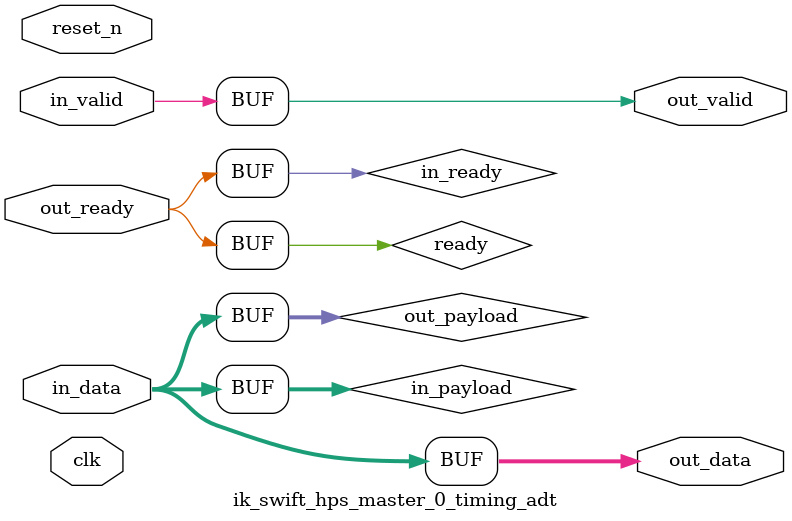
<source format=v>

`timescale 1ns / 100ps
module ik_swift_hps_master_0_timing_adt (
    
      // Interface: clk
      input              clk,
      // Interface: reset
      input              reset_n,
      // Interface: in
      input              in_valid,
      input      [ 7: 0] in_data,
      // Interface: out
      output reg         out_valid,
      output reg [ 7: 0] out_data,
      input              out_ready
);




   // ---------------------------------------------------------------------
   //| Signal Declarations
   // ---------------------------------------------------------------------

   reg  [ 7: 0] in_payload;
   reg  [ 7: 0] out_payload;
   reg  [ 0: 0] ready;
   reg          in_ready;
   // synthesis translate_off
   always @(negedge in_ready) begin
      $display("%m: The downstream component is backpressuring by deasserting ready, but the upstream component can't be backpressured.");
   end
   // synthesis translate_on   


   // ---------------------------------------------------------------------
   //| Payload Mapping
   // ---------------------------------------------------------------------
   always @* begin
     in_payload = {in_data};
     {out_data} = out_payload;
   end

   // ---------------------------------------------------------------------
   //| Ready & valid signals.
   // ---------------------------------------------------------------------
   always @* begin
     ready[0] = out_ready;
     out_valid = in_valid;
     out_payload = in_payload;
     in_ready = ready[0];
   end




endmodule


</source>
